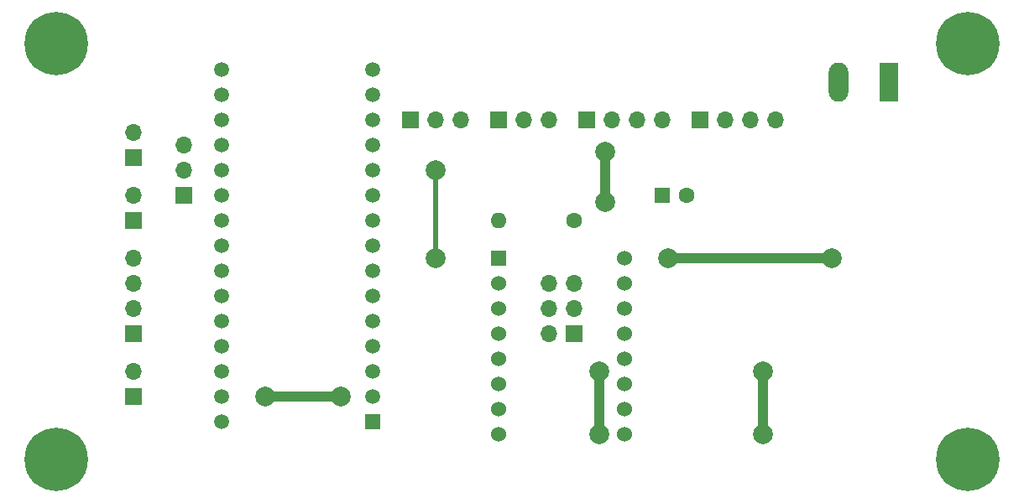
<source format=gtl>
%TF.GenerationSoftware,KiCad,Pcbnew,(5.1.9)-1*%
%TF.CreationDate,2021-07-13T22:03:11+02:00*%
%TF.ProjectId,CameraSlider,43616d65-7261-4536-9c69-6465722e6b69,rev?*%
%TF.SameCoordinates,Original*%
%TF.FileFunction,Copper,L1,Top*%
%TF.FilePolarity,Positive*%
%FSLAX46Y46*%
G04 Gerber Fmt 4.6, Leading zero omitted, Abs format (unit mm)*
G04 Created by KiCad (PCBNEW (5.1.9)-1) date 2021-07-13 22:03:11*
%MOMM*%
%LPD*%
G01*
G04 APERTURE LIST*
%TA.AperFunction,ComponentPad*%
%ADD10R,1.508000X1.508000*%
%TD*%
%TA.AperFunction,ComponentPad*%
%ADD11C,1.508000*%
%TD*%
%TA.AperFunction,ComponentPad*%
%ADD12R,1.700000X1.700000*%
%TD*%
%TA.AperFunction,ComponentPad*%
%ADD13O,1.700000X1.700000*%
%TD*%
%TA.AperFunction,ComponentPad*%
%ADD14C,1.600000*%
%TD*%
%TA.AperFunction,ComponentPad*%
%ADD15R,1.600000X1.600000*%
%TD*%
%TA.AperFunction,ComponentPad*%
%ADD16C,6.400000*%
%TD*%
%TA.AperFunction,ComponentPad*%
%ADD17O,1.600000X1.600000*%
%TD*%
%TA.AperFunction,ComponentPad*%
%ADD18R,1.530000X1.530000*%
%TD*%
%TA.AperFunction,ComponentPad*%
%ADD19C,1.530000*%
%TD*%
%TA.AperFunction,ComponentPad*%
%ADD20O,1.980000X3.960000*%
%TD*%
%TA.AperFunction,ComponentPad*%
%ADD21R,1.980000X3.960000*%
%TD*%
%TA.AperFunction,ViaPad*%
%ADD22C,2.000000*%
%TD*%
%TA.AperFunction,Conductor*%
%ADD23C,1.000000*%
%TD*%
%TA.AperFunction,Conductor*%
%ADD24C,0.500000*%
%TD*%
G04 APERTURE END LIST*
D10*
%TO.P,U1,1*%
%TO.N,N/C*%
X135890000Y-142240000D03*
D11*
%TO.P,U1,2*%
X135890000Y-139700000D03*
%TO.P,U1,3*%
X135890000Y-137160000D03*
%TO.P,U1,4*%
%TO.N,GND*%
X135890000Y-134620000D03*
%TO.P,U1,5*%
%TO.N,X_STEP*%
X135890000Y-132080000D03*
%TO.P,U1,6*%
%TO.N,ENCODER_DT*%
X135890000Y-129540000D03*
%TO.P,U1,7*%
%TO.N,N/C*%
X135890000Y-127000000D03*
%TO.P,U1,8*%
%TO.N,X_DIR*%
X135890000Y-124460000D03*
%TO.P,U1,9*%
%TO.N,ENCODER_CLK*%
X135890000Y-121920000D03*
%TO.P,U1,10*%
%TO.N,N/C*%
X135890000Y-119380000D03*
%TO.P,U1,11*%
%TO.N,EN*%
X135890000Y-116840000D03*
%TO.P,U1,12*%
%TO.N,ENDSTOP_LEFT*%
X135890000Y-114300000D03*
%TO.P,U1,13*%
%TO.N,ENDSTOP_RIGHT*%
X135890000Y-111760000D03*
%TO.P,U1,14*%
%TO.N,N/C*%
X135890000Y-109220000D03*
%TO.P,U1,15*%
X135890000Y-106680000D03*
%TO.P,U1,16*%
%TO.N,BUTTON_RIGHT*%
X120650000Y-106680000D03*
%TO.P,U1,17*%
%TO.N,N/C*%
X120650000Y-109220000D03*
%TO.P,U1,18*%
X120650000Y-111760000D03*
%TO.P,U1,19*%
%TO.N,Net-(J3-Pad3)*%
X120650000Y-114300000D03*
%TO.P,U1,20*%
%TO.N,Net-(J3-Pad2)*%
X120650000Y-116840000D03*
%TO.P,U1,21*%
%TO.N,Net-(J3-Pad1)*%
X120650000Y-119380000D03*
%TO.P,U1,22*%
%TO.N,BUTTON_LEFT*%
X120650000Y-121920000D03*
%TO.P,U1,23*%
%TO.N,SDA*%
X120650000Y-124460000D03*
%TO.P,U1,24*%
%TO.N,SCL*%
X120650000Y-127000000D03*
%TO.P,U1,25*%
%TO.N,N/C*%
X120650000Y-129540000D03*
%TO.P,U1,26*%
X120650000Y-132080000D03*
%TO.P,U1,27*%
%TO.N,+5V*%
X120650000Y-134620000D03*
%TO.P,U1,28*%
%TO.N,N/C*%
X120650000Y-137160000D03*
%TO.P,U1,29*%
%TO.N,GND*%
X120650000Y-139700000D03*
%TO.P,U1,30*%
%TO.N,N/C*%
X120650000Y-142240000D03*
%TD*%
D12*
%TO.P,J10,1*%
%TO.N,GND*%
X157480000Y-111760000D03*
D13*
%TO.P,J10,2*%
%TO.N,+5V*%
X160020000Y-111760000D03*
%TO.P,J10,3*%
%TO.N,ENCODER_DT*%
X162560000Y-111760000D03*
%TO.P,J10,4*%
%TO.N,ENCODER_CLK*%
X165100000Y-111760000D03*
%TD*%
D14*
%TO.P,C1,2*%
%TO.N,GND*%
X167600000Y-119380000D03*
D15*
%TO.P,C1,1*%
%TO.N,+BATT*%
X165100000Y-119380000D03*
%TD*%
D16*
%TO.P,H1,1*%
%TO.N,N/C*%
X104000000Y-146000000D03*
%TD*%
%TO.P,H2,1*%
%TO.N,N/C*%
X104000000Y-104000000D03*
%TD*%
D13*
%TO.P,J2,2*%
%TO.N,GND*%
X111760000Y-137160000D03*
D12*
%TO.P,J2,1*%
%TO.N,+5V*%
X111760000Y-139700000D03*
%TD*%
D13*
%TO.P,J3,3*%
%TO.N,Net-(J3-Pad3)*%
X116840000Y-114300000D03*
%TO.P,J3,2*%
%TO.N,Net-(J3-Pad2)*%
X116840000Y-116840000D03*
D12*
%TO.P,J3,1*%
%TO.N,Net-(J3-Pad1)*%
X116840000Y-119380000D03*
%TD*%
D13*
%TO.P,J4,2*%
%TO.N,GND*%
X111760000Y-119380000D03*
D12*
%TO.P,J4,1*%
%TO.N,BUTTON_LEFT*%
X111760000Y-121920000D03*
%TD*%
%TO.P,J5,1*%
%TO.N,BUTTON_RIGHT*%
X111760000Y-115570000D03*
D13*
%TO.P,J5,2*%
%TO.N,GND*%
X111760000Y-113030000D03*
%TD*%
%TO.P,J6,3*%
%TO.N,+5V*%
X153670000Y-111760000D03*
%TO.P,J6,2*%
%TO.N,GND*%
X151130000Y-111760000D03*
D12*
%TO.P,J6,1*%
%TO.N,ENDSTOP_LEFT*%
X148590000Y-111760000D03*
%TD*%
%TO.P,J7,1*%
%TO.N,ENDSTOP_RIGHT*%
X139700000Y-111760000D03*
D13*
%TO.P,J7,2*%
%TO.N,GND*%
X142240000Y-111760000D03*
%TO.P,J7,3*%
%TO.N,+5V*%
X144780000Y-111760000D03*
%TD*%
%TO.P,J8,6*%
%TO.N,Net-(J8-Pad6)*%
X153670000Y-128270000D03*
%TO.P,J8,5*%
%TO.N,+5V*%
X156210000Y-128270000D03*
%TO.P,J8,4*%
%TO.N,Net-(J8-Pad4)*%
X153670000Y-130810000D03*
%TO.P,J8,3*%
%TO.N,+5V*%
X156210000Y-130810000D03*
%TO.P,J8,2*%
%TO.N,Net-(J8-Pad2)*%
X153670000Y-133350000D03*
D12*
%TO.P,J8,1*%
%TO.N,+5V*%
X156210000Y-133350000D03*
%TD*%
D13*
%TO.P,J9,4*%
%TO.N,SDA*%
X111760000Y-125730000D03*
%TO.P,J9,3*%
%TO.N,SCL*%
X111760000Y-128270000D03*
%TO.P,J9,2*%
%TO.N,+5V*%
X111760000Y-130810000D03*
D12*
%TO.P,J9,1*%
%TO.N,GND*%
X111760000Y-133350000D03*
%TD*%
D13*
%TO.P,J11,4*%
%TO.N,Net-(J11-Pad4)*%
X176530000Y-111760000D03*
%TO.P,J11,3*%
%TO.N,Net-(J11-Pad3)*%
X173990000Y-111760000D03*
%TO.P,J11,2*%
%TO.N,Net-(J11-Pad2)*%
X171450000Y-111760000D03*
D12*
%TO.P,J11,1*%
%TO.N,Net-(J11-Pad1)*%
X168910000Y-111760000D03*
%TD*%
D17*
%TO.P,R1,2*%
%TO.N,EN*%
X148590000Y-121920000D03*
D14*
%TO.P,R1,1*%
%TO.N,+5V*%
X156210000Y-121920000D03*
%TD*%
D18*
%TO.P,U2,1*%
%TO.N,EN*%
X148590000Y-125730000D03*
D19*
%TO.P,U2,2*%
%TO.N,Net-(J8-Pad6)*%
X148590000Y-128270000D03*
%TO.P,U2,3*%
%TO.N,Net-(J8-Pad4)*%
X148590000Y-130810000D03*
%TO.P,U2,4*%
%TO.N,Net-(J8-Pad2)*%
X148590000Y-133350000D03*
%TO.P,U2,5*%
%TO.N,Net-(U2-Pad5)*%
X148590000Y-135890000D03*
%TO.P,U2,6*%
X148590000Y-138430000D03*
%TO.P,U2,7*%
%TO.N,X_STEP*%
X148590000Y-140970000D03*
%TO.P,U2,8*%
%TO.N,X_DIR*%
X148590000Y-143510000D03*
%TO.P,U2,9*%
%TO.N,GND*%
X161290000Y-143510000D03*
%TO.P,U2,10*%
%TO.N,+5V*%
X161290000Y-140970000D03*
%TO.P,U2,11*%
%TO.N,Net-(J11-Pad3)*%
X161290000Y-138430000D03*
%TO.P,U2,12*%
%TO.N,Net-(J11-Pad4)*%
X161290000Y-135890000D03*
%TO.P,U2,13*%
%TO.N,Net-(J11-Pad2)*%
X161290000Y-133350000D03*
%TO.P,U2,14*%
%TO.N,Net-(J11-Pad1)*%
X161290000Y-130810000D03*
%TO.P,U2,15*%
%TO.N,GND*%
X161290000Y-128270000D03*
%TO.P,U2,16*%
%TO.N,+BATT*%
X161290000Y-125730000D03*
%TD*%
D20*
%TO.P,J1,2*%
%TO.N,GND*%
X182960000Y-107950000D03*
D21*
%TO.P,J1,1*%
%TO.N,+BATT*%
X187960000Y-107950000D03*
%TD*%
D16*
%TO.P,H3,1*%
%TO.N,N/C*%
X196000000Y-146000000D03*
%TD*%
%TO.P,H4,1*%
%TO.N,N/C*%
X196000000Y-104000000D03*
%TD*%
D22*
%TO.N,GND*%
X125095000Y-139700000D03*
X132715000Y-139700000D03*
X158750000Y-137160000D03*
X158750000Y-143510000D03*
X159385000Y-120015000D03*
X159385000Y-114935000D03*
X175260000Y-137160000D03*
X175260000Y-143510000D03*
%TO.N,+BATT*%
X165735000Y-125730000D03*
X182245000Y-125730000D03*
%TO.N,EN*%
X142240000Y-125730000D03*
X142240000Y-116840000D03*
%TD*%
D23*
%TO.N,GND*%
X159385000Y-120015000D02*
X159385000Y-114935000D01*
X158750000Y-143510000D02*
X158750000Y-137160000D01*
X125095000Y-139700000D02*
X132715000Y-139700000D01*
X175260000Y-143510000D02*
X175260000Y-137160000D01*
%TO.N,+BATT*%
X165735000Y-125730000D02*
X182245000Y-125730000D01*
D24*
%TO.N,EN*%
X142240000Y-125730000D02*
X142240000Y-116840000D01*
%TD*%
M02*

</source>
